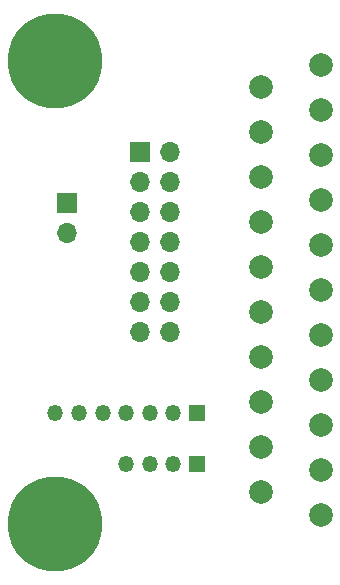
<source format=gbr>
%TF.GenerationSoftware,KiCad,Pcbnew,7.0.8*%
%TF.CreationDate,2024-05-06T13:54:13-04:00*%
%TF.ProjectId,scart breakout,73636172-7420-4627-9265-616b6f75742e,rev?*%
%TF.SameCoordinates,Original*%
%TF.FileFunction,Soldermask,Bot*%
%TF.FilePolarity,Negative*%
%FSLAX46Y46*%
G04 Gerber Fmt 4.6, Leading zero omitted, Abs format (unit mm)*
G04 Created by KiCad (PCBNEW 7.0.8) date 2024-05-06 13:54:13*
%MOMM*%
%LPD*%
G01*
G04 APERTURE LIST*
%ADD10C,8.000000*%
%ADD11C,1.998980*%
%ADD12R,1.700000X1.700000*%
%ADD13O,1.700000X1.700000*%
%ADD14R,1.350000X1.350000*%
%ADD15O,1.350000X1.350000*%
G04 APERTURE END LIST*
D10*
%TO.C,REF\u002A\u002A*%
X16468000Y-55800000D03*
%TD*%
%TO.C,REF\u002A\u002A*%
X16468000Y-16652400D03*
%TD*%
D11*
%TO.C,J1*%
X38938200Y-55041800D03*
X33858200Y-53136800D03*
X38938200Y-51231800D03*
X33858200Y-49326800D03*
X38938200Y-47421800D03*
X33858200Y-45516800D03*
X38938200Y-43611800D03*
X33858200Y-41706800D03*
X38938200Y-39801800D03*
X33858200Y-37896800D03*
X38938200Y-35991800D03*
X33858200Y-34086800D03*
X38938200Y-32181800D03*
X33858200Y-30276800D03*
X38938200Y-28371800D03*
X33858200Y-26466800D03*
X38938200Y-24561800D03*
X33858200Y-22656800D03*
X38938200Y-20751800D03*
X33858200Y-18846800D03*
X38938200Y-16941800D03*
%TD*%
D12*
%TO.C,J2*%
X17424400Y-28625800D03*
D13*
X17424400Y-31165800D03*
%TD*%
D14*
%TO.C,J5*%
X28448000Y-50749200D03*
D15*
X26448000Y-50749200D03*
X24448000Y-50749200D03*
X22448000Y-50749200D03*
%TD*%
D14*
%TO.C,J4*%
X28460200Y-46456600D03*
D15*
X26460200Y-46456600D03*
X24460200Y-46456600D03*
X22460200Y-46456600D03*
X20460200Y-46456600D03*
X18460200Y-46456600D03*
X16460200Y-46456600D03*
%TD*%
D12*
%TO.C,J3*%
X23647400Y-24358600D03*
D13*
X26187400Y-24358600D03*
X23647400Y-26898600D03*
X26187400Y-26898600D03*
X23647400Y-29438600D03*
X26187400Y-29438600D03*
X23647400Y-31978600D03*
X26187400Y-31978600D03*
X23647400Y-34518600D03*
X26187400Y-34518600D03*
X23647400Y-37058600D03*
X26187400Y-37058600D03*
X23647400Y-39598600D03*
X26187400Y-39598600D03*
%TD*%
M02*

</source>
